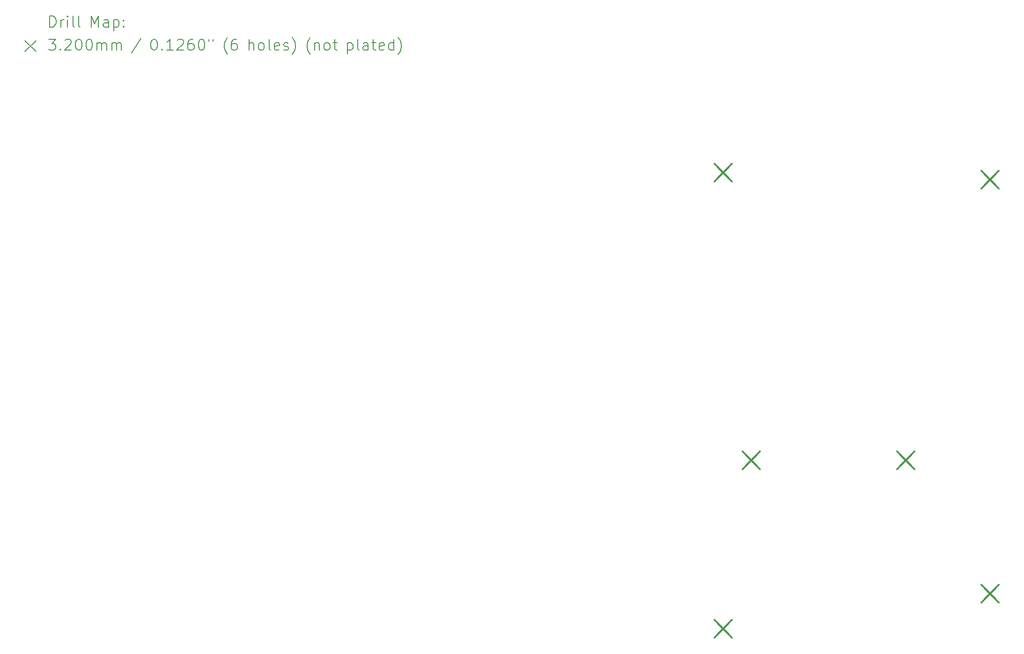
<source format=gbr>
%TF.GenerationSoftware,KiCad,Pcbnew,(7.0.0)*%
%TF.CreationDate,2023-04-06T19:01:51+02:00*%
%TF.ProjectId,projet codepo test,70726f6a-6574-4206-936f-6465706f2074,rev?*%
%TF.SameCoordinates,Original*%
%TF.FileFunction,Drillmap*%
%TF.FilePolarity,Positive*%
%FSLAX45Y45*%
G04 Gerber Fmt 4.5, Leading zero omitted, Abs format (unit mm)*
G04 Created by KiCad (PCBNEW (7.0.0)) date 2023-04-06 19:01:51*
%MOMM*%
%LPD*%
G01*
G04 APERTURE LIST*
%ADD10C,0.200000*%
%ADD11C,0.320000*%
G04 APERTURE END LIST*
D10*
D11*
X12266000Y-2769000D02*
X12586000Y-3089000D01*
X12586000Y-2769000D02*
X12266000Y-3089000D01*
X12266000Y-11024000D02*
X12586000Y-11344000D01*
X12586000Y-11024000D02*
X12266000Y-11344000D01*
X12774000Y-7976000D02*
X13094000Y-8296000D01*
X13094000Y-7976000D02*
X12774000Y-8296000D01*
X15568000Y-7976000D02*
X15888000Y-8296000D01*
X15888000Y-7976000D02*
X15568000Y-8296000D01*
X17092000Y-2896000D02*
X17412000Y-3216000D01*
X17412000Y-2896000D02*
X17092000Y-3216000D01*
X17092000Y-10389000D02*
X17412000Y-10709000D01*
X17412000Y-10389000D02*
X17092000Y-10709000D01*
D10*
X247619Y-293476D02*
X247619Y-93476D01*
X247619Y-93476D02*
X295238Y-93476D01*
X295238Y-93476D02*
X323810Y-103000D01*
X323810Y-103000D02*
X342857Y-122048D01*
X342857Y-122048D02*
X352381Y-141095D01*
X352381Y-141095D02*
X361905Y-179190D01*
X361905Y-179190D02*
X361905Y-207762D01*
X361905Y-207762D02*
X352381Y-245857D01*
X352381Y-245857D02*
X342857Y-264905D01*
X342857Y-264905D02*
X323810Y-283952D01*
X323810Y-283952D02*
X295238Y-293476D01*
X295238Y-293476D02*
X247619Y-293476D01*
X447619Y-293476D02*
X447619Y-160143D01*
X447619Y-198238D02*
X457143Y-179190D01*
X457143Y-179190D02*
X466667Y-169667D01*
X466667Y-169667D02*
X485714Y-160143D01*
X485714Y-160143D02*
X504762Y-160143D01*
X571429Y-293476D02*
X571429Y-160143D01*
X571429Y-93476D02*
X561905Y-103000D01*
X561905Y-103000D02*
X571429Y-112524D01*
X571429Y-112524D02*
X580952Y-103000D01*
X580952Y-103000D02*
X571429Y-93476D01*
X571429Y-93476D02*
X571429Y-112524D01*
X695238Y-293476D02*
X676190Y-283952D01*
X676190Y-283952D02*
X666667Y-264905D01*
X666667Y-264905D02*
X666667Y-93476D01*
X800000Y-293476D02*
X780952Y-283952D01*
X780952Y-283952D02*
X771428Y-264905D01*
X771428Y-264905D02*
X771428Y-93476D01*
X996190Y-293476D02*
X996190Y-93476D01*
X996190Y-93476D02*
X1062857Y-236333D01*
X1062857Y-236333D02*
X1129524Y-93476D01*
X1129524Y-93476D02*
X1129524Y-293476D01*
X1310476Y-293476D02*
X1310476Y-188714D01*
X1310476Y-188714D02*
X1300952Y-169667D01*
X1300952Y-169667D02*
X1281905Y-160143D01*
X1281905Y-160143D02*
X1243809Y-160143D01*
X1243809Y-160143D02*
X1224762Y-169667D01*
X1310476Y-283952D02*
X1291429Y-293476D01*
X1291429Y-293476D02*
X1243809Y-293476D01*
X1243809Y-293476D02*
X1224762Y-283952D01*
X1224762Y-283952D02*
X1215238Y-264905D01*
X1215238Y-264905D02*
X1215238Y-245857D01*
X1215238Y-245857D02*
X1224762Y-226809D01*
X1224762Y-226809D02*
X1243809Y-217286D01*
X1243809Y-217286D02*
X1291429Y-217286D01*
X1291429Y-217286D02*
X1310476Y-207762D01*
X1405714Y-160143D02*
X1405714Y-360143D01*
X1405714Y-169667D02*
X1424762Y-160143D01*
X1424762Y-160143D02*
X1462857Y-160143D01*
X1462857Y-160143D02*
X1481905Y-169667D01*
X1481905Y-169667D02*
X1491428Y-179190D01*
X1491428Y-179190D02*
X1500952Y-198238D01*
X1500952Y-198238D02*
X1500952Y-255381D01*
X1500952Y-255381D02*
X1491428Y-274429D01*
X1491428Y-274429D02*
X1481905Y-283952D01*
X1481905Y-283952D02*
X1462857Y-293476D01*
X1462857Y-293476D02*
X1424762Y-293476D01*
X1424762Y-293476D02*
X1405714Y-283952D01*
X1586667Y-274429D02*
X1596190Y-283952D01*
X1596190Y-283952D02*
X1586667Y-293476D01*
X1586667Y-293476D02*
X1577143Y-283952D01*
X1577143Y-283952D02*
X1586667Y-274429D01*
X1586667Y-274429D02*
X1586667Y-293476D01*
X1586667Y-169667D02*
X1596190Y-179190D01*
X1596190Y-179190D02*
X1586667Y-188714D01*
X1586667Y-188714D02*
X1577143Y-179190D01*
X1577143Y-179190D02*
X1586667Y-169667D01*
X1586667Y-169667D02*
X1586667Y-188714D01*
X-200000Y-540000D02*
X0Y-740000D01*
X0Y-540000D02*
X-200000Y-740000D01*
X228571Y-513476D02*
X352381Y-513476D01*
X352381Y-513476D02*
X285714Y-589667D01*
X285714Y-589667D02*
X314286Y-589667D01*
X314286Y-589667D02*
X333333Y-599190D01*
X333333Y-599190D02*
X342857Y-608714D01*
X342857Y-608714D02*
X352381Y-627762D01*
X352381Y-627762D02*
X352381Y-675381D01*
X352381Y-675381D02*
X342857Y-694429D01*
X342857Y-694429D02*
X333333Y-703952D01*
X333333Y-703952D02*
X314286Y-713476D01*
X314286Y-713476D02*
X257143Y-713476D01*
X257143Y-713476D02*
X238095Y-703952D01*
X238095Y-703952D02*
X228571Y-694429D01*
X438095Y-694429D02*
X447619Y-703952D01*
X447619Y-703952D02*
X438095Y-713476D01*
X438095Y-713476D02*
X428571Y-703952D01*
X428571Y-703952D02*
X438095Y-694429D01*
X438095Y-694429D02*
X438095Y-713476D01*
X523809Y-532524D02*
X533333Y-523000D01*
X533333Y-523000D02*
X552381Y-513476D01*
X552381Y-513476D02*
X600000Y-513476D01*
X600000Y-513476D02*
X619048Y-523000D01*
X619048Y-523000D02*
X628571Y-532524D01*
X628571Y-532524D02*
X638095Y-551571D01*
X638095Y-551571D02*
X638095Y-570619D01*
X638095Y-570619D02*
X628571Y-599190D01*
X628571Y-599190D02*
X514286Y-713476D01*
X514286Y-713476D02*
X638095Y-713476D01*
X761905Y-513476D02*
X780952Y-513476D01*
X780952Y-513476D02*
X800000Y-523000D01*
X800000Y-523000D02*
X809524Y-532524D01*
X809524Y-532524D02*
X819048Y-551571D01*
X819048Y-551571D02*
X828571Y-589667D01*
X828571Y-589667D02*
X828571Y-637286D01*
X828571Y-637286D02*
X819048Y-675381D01*
X819048Y-675381D02*
X809524Y-694429D01*
X809524Y-694429D02*
X800000Y-703952D01*
X800000Y-703952D02*
X780952Y-713476D01*
X780952Y-713476D02*
X761905Y-713476D01*
X761905Y-713476D02*
X742857Y-703952D01*
X742857Y-703952D02*
X733333Y-694429D01*
X733333Y-694429D02*
X723809Y-675381D01*
X723809Y-675381D02*
X714286Y-637286D01*
X714286Y-637286D02*
X714286Y-589667D01*
X714286Y-589667D02*
X723809Y-551571D01*
X723809Y-551571D02*
X733333Y-532524D01*
X733333Y-532524D02*
X742857Y-523000D01*
X742857Y-523000D02*
X761905Y-513476D01*
X952381Y-513476D02*
X971429Y-513476D01*
X971429Y-513476D02*
X990476Y-523000D01*
X990476Y-523000D02*
X1000000Y-532524D01*
X1000000Y-532524D02*
X1009524Y-551571D01*
X1009524Y-551571D02*
X1019048Y-589667D01*
X1019048Y-589667D02*
X1019048Y-637286D01*
X1019048Y-637286D02*
X1009524Y-675381D01*
X1009524Y-675381D02*
X1000000Y-694429D01*
X1000000Y-694429D02*
X990476Y-703952D01*
X990476Y-703952D02*
X971429Y-713476D01*
X971429Y-713476D02*
X952381Y-713476D01*
X952381Y-713476D02*
X933333Y-703952D01*
X933333Y-703952D02*
X923809Y-694429D01*
X923809Y-694429D02*
X914286Y-675381D01*
X914286Y-675381D02*
X904762Y-637286D01*
X904762Y-637286D02*
X904762Y-589667D01*
X904762Y-589667D02*
X914286Y-551571D01*
X914286Y-551571D02*
X923809Y-532524D01*
X923809Y-532524D02*
X933333Y-523000D01*
X933333Y-523000D02*
X952381Y-513476D01*
X1104762Y-713476D02*
X1104762Y-580143D01*
X1104762Y-599190D02*
X1114286Y-589667D01*
X1114286Y-589667D02*
X1133333Y-580143D01*
X1133333Y-580143D02*
X1161905Y-580143D01*
X1161905Y-580143D02*
X1180952Y-589667D01*
X1180952Y-589667D02*
X1190476Y-608714D01*
X1190476Y-608714D02*
X1190476Y-713476D01*
X1190476Y-608714D02*
X1200000Y-589667D01*
X1200000Y-589667D02*
X1219048Y-580143D01*
X1219048Y-580143D02*
X1247619Y-580143D01*
X1247619Y-580143D02*
X1266667Y-589667D01*
X1266667Y-589667D02*
X1276191Y-608714D01*
X1276191Y-608714D02*
X1276191Y-713476D01*
X1371429Y-713476D02*
X1371429Y-580143D01*
X1371429Y-599190D02*
X1380952Y-589667D01*
X1380952Y-589667D02*
X1400000Y-580143D01*
X1400000Y-580143D02*
X1428571Y-580143D01*
X1428571Y-580143D02*
X1447619Y-589667D01*
X1447619Y-589667D02*
X1457143Y-608714D01*
X1457143Y-608714D02*
X1457143Y-713476D01*
X1457143Y-608714D02*
X1466667Y-589667D01*
X1466667Y-589667D02*
X1485714Y-580143D01*
X1485714Y-580143D02*
X1514286Y-580143D01*
X1514286Y-580143D02*
X1533333Y-589667D01*
X1533333Y-589667D02*
X1542857Y-608714D01*
X1542857Y-608714D02*
X1542857Y-713476D01*
X1900952Y-503952D02*
X1729524Y-761095D01*
X2125714Y-513476D02*
X2144762Y-513476D01*
X2144762Y-513476D02*
X2163810Y-523000D01*
X2163810Y-523000D02*
X2173333Y-532524D01*
X2173333Y-532524D02*
X2182857Y-551571D01*
X2182857Y-551571D02*
X2192381Y-589667D01*
X2192381Y-589667D02*
X2192381Y-637286D01*
X2192381Y-637286D02*
X2182857Y-675381D01*
X2182857Y-675381D02*
X2173333Y-694429D01*
X2173333Y-694429D02*
X2163810Y-703952D01*
X2163810Y-703952D02*
X2144762Y-713476D01*
X2144762Y-713476D02*
X2125714Y-713476D01*
X2125714Y-713476D02*
X2106667Y-703952D01*
X2106667Y-703952D02*
X2097143Y-694429D01*
X2097143Y-694429D02*
X2087619Y-675381D01*
X2087619Y-675381D02*
X2078095Y-637286D01*
X2078095Y-637286D02*
X2078095Y-589667D01*
X2078095Y-589667D02*
X2087619Y-551571D01*
X2087619Y-551571D02*
X2097143Y-532524D01*
X2097143Y-532524D02*
X2106667Y-523000D01*
X2106667Y-523000D02*
X2125714Y-513476D01*
X2278095Y-694429D02*
X2287619Y-703952D01*
X2287619Y-703952D02*
X2278095Y-713476D01*
X2278095Y-713476D02*
X2268572Y-703952D01*
X2268572Y-703952D02*
X2278095Y-694429D01*
X2278095Y-694429D02*
X2278095Y-713476D01*
X2478095Y-713476D02*
X2363810Y-713476D01*
X2420952Y-713476D02*
X2420952Y-513476D01*
X2420952Y-513476D02*
X2401905Y-542048D01*
X2401905Y-542048D02*
X2382857Y-561095D01*
X2382857Y-561095D02*
X2363810Y-570619D01*
X2554286Y-532524D02*
X2563810Y-523000D01*
X2563810Y-523000D02*
X2582857Y-513476D01*
X2582857Y-513476D02*
X2630476Y-513476D01*
X2630476Y-513476D02*
X2649524Y-523000D01*
X2649524Y-523000D02*
X2659048Y-532524D01*
X2659048Y-532524D02*
X2668572Y-551571D01*
X2668572Y-551571D02*
X2668572Y-570619D01*
X2668572Y-570619D02*
X2659048Y-599190D01*
X2659048Y-599190D02*
X2544762Y-713476D01*
X2544762Y-713476D02*
X2668572Y-713476D01*
X2840000Y-513476D02*
X2801905Y-513476D01*
X2801905Y-513476D02*
X2782857Y-523000D01*
X2782857Y-523000D02*
X2773333Y-532524D01*
X2773333Y-532524D02*
X2754286Y-561095D01*
X2754286Y-561095D02*
X2744762Y-599190D01*
X2744762Y-599190D02*
X2744762Y-675381D01*
X2744762Y-675381D02*
X2754286Y-694429D01*
X2754286Y-694429D02*
X2763810Y-703952D01*
X2763810Y-703952D02*
X2782857Y-713476D01*
X2782857Y-713476D02*
X2820952Y-713476D01*
X2820952Y-713476D02*
X2840000Y-703952D01*
X2840000Y-703952D02*
X2849524Y-694429D01*
X2849524Y-694429D02*
X2859048Y-675381D01*
X2859048Y-675381D02*
X2859048Y-627762D01*
X2859048Y-627762D02*
X2849524Y-608714D01*
X2849524Y-608714D02*
X2840000Y-599190D01*
X2840000Y-599190D02*
X2820952Y-589667D01*
X2820952Y-589667D02*
X2782857Y-589667D01*
X2782857Y-589667D02*
X2763810Y-599190D01*
X2763810Y-599190D02*
X2754286Y-608714D01*
X2754286Y-608714D02*
X2744762Y-627762D01*
X2982857Y-513476D02*
X3001905Y-513476D01*
X3001905Y-513476D02*
X3020952Y-523000D01*
X3020952Y-523000D02*
X3030476Y-532524D01*
X3030476Y-532524D02*
X3040000Y-551571D01*
X3040000Y-551571D02*
X3049524Y-589667D01*
X3049524Y-589667D02*
X3049524Y-637286D01*
X3049524Y-637286D02*
X3040000Y-675381D01*
X3040000Y-675381D02*
X3030476Y-694429D01*
X3030476Y-694429D02*
X3020952Y-703952D01*
X3020952Y-703952D02*
X3001905Y-713476D01*
X3001905Y-713476D02*
X2982857Y-713476D01*
X2982857Y-713476D02*
X2963810Y-703952D01*
X2963810Y-703952D02*
X2954286Y-694429D01*
X2954286Y-694429D02*
X2944762Y-675381D01*
X2944762Y-675381D02*
X2935238Y-637286D01*
X2935238Y-637286D02*
X2935238Y-589667D01*
X2935238Y-589667D02*
X2944762Y-551571D01*
X2944762Y-551571D02*
X2954286Y-532524D01*
X2954286Y-532524D02*
X2963810Y-523000D01*
X2963810Y-523000D02*
X2982857Y-513476D01*
X3125714Y-513476D02*
X3125714Y-551571D01*
X3201905Y-513476D02*
X3201905Y-551571D01*
X3464762Y-789667D02*
X3455238Y-780143D01*
X3455238Y-780143D02*
X3436191Y-751571D01*
X3436191Y-751571D02*
X3426667Y-732524D01*
X3426667Y-732524D02*
X3417143Y-703952D01*
X3417143Y-703952D02*
X3407619Y-656333D01*
X3407619Y-656333D02*
X3407619Y-618238D01*
X3407619Y-618238D02*
X3417143Y-570619D01*
X3417143Y-570619D02*
X3426667Y-542048D01*
X3426667Y-542048D02*
X3436191Y-523000D01*
X3436191Y-523000D02*
X3455238Y-494428D01*
X3455238Y-494428D02*
X3464762Y-484905D01*
X3626667Y-513476D02*
X3588571Y-513476D01*
X3588571Y-513476D02*
X3569524Y-523000D01*
X3569524Y-523000D02*
X3560000Y-532524D01*
X3560000Y-532524D02*
X3540952Y-561095D01*
X3540952Y-561095D02*
X3531429Y-599190D01*
X3531429Y-599190D02*
X3531429Y-675381D01*
X3531429Y-675381D02*
X3540952Y-694429D01*
X3540952Y-694429D02*
X3550476Y-703952D01*
X3550476Y-703952D02*
X3569524Y-713476D01*
X3569524Y-713476D02*
X3607619Y-713476D01*
X3607619Y-713476D02*
X3626667Y-703952D01*
X3626667Y-703952D02*
X3636191Y-694429D01*
X3636191Y-694429D02*
X3645714Y-675381D01*
X3645714Y-675381D02*
X3645714Y-627762D01*
X3645714Y-627762D02*
X3636191Y-608714D01*
X3636191Y-608714D02*
X3626667Y-599190D01*
X3626667Y-599190D02*
X3607619Y-589667D01*
X3607619Y-589667D02*
X3569524Y-589667D01*
X3569524Y-589667D02*
X3550476Y-599190D01*
X3550476Y-599190D02*
X3540952Y-608714D01*
X3540952Y-608714D02*
X3531429Y-627762D01*
X3851429Y-713476D02*
X3851429Y-513476D01*
X3937143Y-713476D02*
X3937143Y-608714D01*
X3937143Y-608714D02*
X3927619Y-589667D01*
X3927619Y-589667D02*
X3908572Y-580143D01*
X3908572Y-580143D02*
X3880000Y-580143D01*
X3880000Y-580143D02*
X3860952Y-589667D01*
X3860952Y-589667D02*
X3851429Y-599190D01*
X4060952Y-713476D02*
X4041905Y-703952D01*
X4041905Y-703952D02*
X4032381Y-694429D01*
X4032381Y-694429D02*
X4022857Y-675381D01*
X4022857Y-675381D02*
X4022857Y-618238D01*
X4022857Y-618238D02*
X4032381Y-599190D01*
X4032381Y-599190D02*
X4041905Y-589667D01*
X4041905Y-589667D02*
X4060952Y-580143D01*
X4060952Y-580143D02*
X4089524Y-580143D01*
X4089524Y-580143D02*
X4108572Y-589667D01*
X4108572Y-589667D02*
X4118095Y-599190D01*
X4118095Y-599190D02*
X4127619Y-618238D01*
X4127619Y-618238D02*
X4127619Y-675381D01*
X4127619Y-675381D02*
X4118095Y-694429D01*
X4118095Y-694429D02*
X4108572Y-703952D01*
X4108572Y-703952D02*
X4089524Y-713476D01*
X4089524Y-713476D02*
X4060952Y-713476D01*
X4241905Y-713476D02*
X4222857Y-703952D01*
X4222857Y-703952D02*
X4213334Y-684905D01*
X4213334Y-684905D02*
X4213334Y-513476D01*
X4394286Y-703952D02*
X4375238Y-713476D01*
X4375238Y-713476D02*
X4337143Y-713476D01*
X4337143Y-713476D02*
X4318095Y-703952D01*
X4318095Y-703952D02*
X4308572Y-684905D01*
X4308572Y-684905D02*
X4308572Y-608714D01*
X4308572Y-608714D02*
X4318095Y-589667D01*
X4318095Y-589667D02*
X4337143Y-580143D01*
X4337143Y-580143D02*
X4375238Y-580143D01*
X4375238Y-580143D02*
X4394286Y-589667D01*
X4394286Y-589667D02*
X4403810Y-608714D01*
X4403810Y-608714D02*
X4403810Y-627762D01*
X4403810Y-627762D02*
X4308572Y-646810D01*
X4480000Y-703952D02*
X4499048Y-713476D01*
X4499048Y-713476D02*
X4537143Y-713476D01*
X4537143Y-713476D02*
X4556191Y-703952D01*
X4556191Y-703952D02*
X4565715Y-684905D01*
X4565715Y-684905D02*
X4565715Y-675381D01*
X4565715Y-675381D02*
X4556191Y-656333D01*
X4556191Y-656333D02*
X4537143Y-646810D01*
X4537143Y-646810D02*
X4508572Y-646810D01*
X4508572Y-646810D02*
X4489524Y-637286D01*
X4489524Y-637286D02*
X4480000Y-618238D01*
X4480000Y-618238D02*
X4480000Y-608714D01*
X4480000Y-608714D02*
X4489524Y-589667D01*
X4489524Y-589667D02*
X4508572Y-580143D01*
X4508572Y-580143D02*
X4537143Y-580143D01*
X4537143Y-580143D02*
X4556191Y-589667D01*
X4632381Y-789667D02*
X4641905Y-780143D01*
X4641905Y-780143D02*
X4660953Y-751571D01*
X4660953Y-751571D02*
X4670476Y-732524D01*
X4670476Y-732524D02*
X4680000Y-703952D01*
X4680000Y-703952D02*
X4689524Y-656333D01*
X4689524Y-656333D02*
X4689524Y-618238D01*
X4689524Y-618238D02*
X4680000Y-570619D01*
X4680000Y-570619D02*
X4670476Y-542048D01*
X4670476Y-542048D02*
X4660953Y-523000D01*
X4660953Y-523000D02*
X4641905Y-494428D01*
X4641905Y-494428D02*
X4632381Y-484905D01*
X4961905Y-789667D02*
X4952381Y-780143D01*
X4952381Y-780143D02*
X4933334Y-751571D01*
X4933334Y-751571D02*
X4923810Y-732524D01*
X4923810Y-732524D02*
X4914286Y-703952D01*
X4914286Y-703952D02*
X4904762Y-656333D01*
X4904762Y-656333D02*
X4904762Y-618238D01*
X4904762Y-618238D02*
X4914286Y-570619D01*
X4914286Y-570619D02*
X4923810Y-542048D01*
X4923810Y-542048D02*
X4933334Y-523000D01*
X4933334Y-523000D02*
X4952381Y-494428D01*
X4952381Y-494428D02*
X4961905Y-484905D01*
X5038095Y-580143D02*
X5038095Y-713476D01*
X5038095Y-599190D02*
X5047619Y-589667D01*
X5047619Y-589667D02*
X5066667Y-580143D01*
X5066667Y-580143D02*
X5095238Y-580143D01*
X5095238Y-580143D02*
X5114286Y-589667D01*
X5114286Y-589667D02*
X5123810Y-608714D01*
X5123810Y-608714D02*
X5123810Y-713476D01*
X5247619Y-713476D02*
X5228572Y-703952D01*
X5228572Y-703952D02*
X5219048Y-694429D01*
X5219048Y-694429D02*
X5209524Y-675381D01*
X5209524Y-675381D02*
X5209524Y-618238D01*
X5209524Y-618238D02*
X5219048Y-599190D01*
X5219048Y-599190D02*
X5228572Y-589667D01*
X5228572Y-589667D02*
X5247619Y-580143D01*
X5247619Y-580143D02*
X5276191Y-580143D01*
X5276191Y-580143D02*
X5295238Y-589667D01*
X5295238Y-589667D02*
X5304762Y-599190D01*
X5304762Y-599190D02*
X5314286Y-618238D01*
X5314286Y-618238D02*
X5314286Y-675381D01*
X5314286Y-675381D02*
X5304762Y-694429D01*
X5304762Y-694429D02*
X5295238Y-703952D01*
X5295238Y-703952D02*
X5276191Y-713476D01*
X5276191Y-713476D02*
X5247619Y-713476D01*
X5371429Y-580143D02*
X5447619Y-580143D01*
X5400000Y-513476D02*
X5400000Y-684905D01*
X5400000Y-684905D02*
X5409524Y-703952D01*
X5409524Y-703952D02*
X5428572Y-713476D01*
X5428572Y-713476D02*
X5447619Y-713476D01*
X5634286Y-580143D02*
X5634286Y-780143D01*
X5634286Y-589667D02*
X5653333Y-580143D01*
X5653333Y-580143D02*
X5691429Y-580143D01*
X5691429Y-580143D02*
X5710476Y-589667D01*
X5710476Y-589667D02*
X5720000Y-599190D01*
X5720000Y-599190D02*
X5729524Y-618238D01*
X5729524Y-618238D02*
X5729524Y-675381D01*
X5729524Y-675381D02*
X5720000Y-694429D01*
X5720000Y-694429D02*
X5710476Y-703952D01*
X5710476Y-703952D02*
X5691429Y-713476D01*
X5691429Y-713476D02*
X5653333Y-713476D01*
X5653333Y-713476D02*
X5634286Y-703952D01*
X5843810Y-713476D02*
X5824762Y-703952D01*
X5824762Y-703952D02*
X5815238Y-684905D01*
X5815238Y-684905D02*
X5815238Y-513476D01*
X6005714Y-713476D02*
X6005714Y-608714D01*
X6005714Y-608714D02*
X5996191Y-589667D01*
X5996191Y-589667D02*
X5977143Y-580143D01*
X5977143Y-580143D02*
X5939048Y-580143D01*
X5939048Y-580143D02*
X5920000Y-589667D01*
X6005714Y-703952D02*
X5986667Y-713476D01*
X5986667Y-713476D02*
X5939048Y-713476D01*
X5939048Y-713476D02*
X5920000Y-703952D01*
X5920000Y-703952D02*
X5910476Y-684905D01*
X5910476Y-684905D02*
X5910476Y-665857D01*
X5910476Y-665857D02*
X5920000Y-646810D01*
X5920000Y-646810D02*
X5939048Y-637286D01*
X5939048Y-637286D02*
X5986667Y-637286D01*
X5986667Y-637286D02*
X6005714Y-627762D01*
X6072381Y-580143D02*
X6148572Y-580143D01*
X6100953Y-513476D02*
X6100953Y-684905D01*
X6100953Y-684905D02*
X6110476Y-703952D01*
X6110476Y-703952D02*
X6129524Y-713476D01*
X6129524Y-713476D02*
X6148572Y-713476D01*
X6291429Y-703952D02*
X6272381Y-713476D01*
X6272381Y-713476D02*
X6234286Y-713476D01*
X6234286Y-713476D02*
X6215238Y-703952D01*
X6215238Y-703952D02*
X6205714Y-684905D01*
X6205714Y-684905D02*
X6205714Y-608714D01*
X6205714Y-608714D02*
X6215238Y-589667D01*
X6215238Y-589667D02*
X6234286Y-580143D01*
X6234286Y-580143D02*
X6272381Y-580143D01*
X6272381Y-580143D02*
X6291429Y-589667D01*
X6291429Y-589667D02*
X6300953Y-608714D01*
X6300953Y-608714D02*
X6300953Y-627762D01*
X6300953Y-627762D02*
X6205714Y-646810D01*
X6472381Y-713476D02*
X6472381Y-513476D01*
X6472381Y-703952D02*
X6453334Y-713476D01*
X6453334Y-713476D02*
X6415238Y-713476D01*
X6415238Y-713476D02*
X6396191Y-703952D01*
X6396191Y-703952D02*
X6386667Y-694429D01*
X6386667Y-694429D02*
X6377143Y-675381D01*
X6377143Y-675381D02*
X6377143Y-618238D01*
X6377143Y-618238D02*
X6386667Y-599190D01*
X6386667Y-599190D02*
X6396191Y-589667D01*
X6396191Y-589667D02*
X6415238Y-580143D01*
X6415238Y-580143D02*
X6453334Y-580143D01*
X6453334Y-580143D02*
X6472381Y-589667D01*
X6548572Y-789667D02*
X6558095Y-780143D01*
X6558095Y-780143D02*
X6577143Y-751571D01*
X6577143Y-751571D02*
X6586667Y-732524D01*
X6586667Y-732524D02*
X6596191Y-703952D01*
X6596191Y-703952D02*
X6605714Y-656333D01*
X6605714Y-656333D02*
X6605714Y-618238D01*
X6605714Y-618238D02*
X6596191Y-570619D01*
X6596191Y-570619D02*
X6586667Y-542048D01*
X6586667Y-542048D02*
X6577143Y-523000D01*
X6577143Y-523000D02*
X6558095Y-494428D01*
X6558095Y-494428D02*
X6548572Y-484905D01*
M02*

</source>
